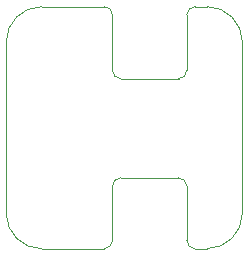
<source format=gbr>
%TF.GenerationSoftware,KiCad,Pcbnew,8.0.8-unknown-202501290020~8b811aa383~ubuntu22.04.1*%
%TF.CreationDate,2025-03-26T11:50:05+00:00*%
%TF.ProjectId,CONTROLLER_XIAO,434f4e54-524f-44c4-9c45-525f5849414f,rev?*%
%TF.SameCoordinates,Original*%
%TF.FileFunction,Profile,NP*%
%FSLAX46Y46*%
G04 Gerber Fmt 4.6, Leading zero omitted, Abs format (unit mm)*
G04 Created by KiCad (PCBNEW 8.0.8-unknown-202501290020~8b811aa383~ubuntu22.04.1) date 2025-03-26 11:50:05*
%MOMM*%
%LPD*%
G01*
G04 APERTURE LIST*
%TA.AperFunction,Profile*%
%ADD10C,0.038100*%
%TD*%
G04 APERTURE END LIST*
D10*
X66500000Y-91500000D02*
X66500000Y-77000000D01*
X66500000Y-91500000D02*
G75*
G02*
X63500000Y-94500000I-2999960J-40D01*
G01*
X61800000Y-93800000D02*
X61800000Y-89200000D01*
X55500000Y-74700000D02*
X55500000Y-79400000D01*
X49500000Y-94500000D02*
G75*
G02*
X46500000Y-91500000I100J3000100D01*
G01*
X55500000Y-89200000D02*
G75*
G02*
X56200000Y-88500000I700000J0D01*
G01*
X55500000Y-89200000D02*
X55500000Y-93800000D01*
X63500000Y-94500000D02*
X62500000Y-94500000D01*
X46500000Y-77000000D02*
G75*
G02*
X49500000Y-74000000I2999970J30D01*
G01*
X61800000Y-74700000D02*
G75*
G02*
X62500000Y-74000000I700000J0D01*
G01*
X46500000Y-77000000D02*
X46500000Y-91500000D01*
X61800000Y-79400000D02*
G75*
G02*
X61100000Y-80100000I-700000J0D01*
G01*
X54800000Y-74000000D02*
X49500000Y-74000000D01*
X63500000Y-74000000D02*
G75*
G02*
X66500000Y-77000000I-100J-3000100D01*
G01*
X55500000Y-93800000D02*
G75*
G02*
X54800000Y-94500000I-700000J0D01*
G01*
X54800000Y-94500000D02*
X49500000Y-94500000D01*
X54800000Y-74000000D02*
G75*
G02*
X55500000Y-74700000I0J-700000D01*
G01*
X62500000Y-94500000D02*
G75*
G02*
X61800000Y-93800000I0J700000D01*
G01*
X56200000Y-88500000D02*
X61100000Y-88500000D01*
X61100000Y-80100000D02*
X56200000Y-80100000D01*
X61800000Y-79400000D02*
X61800000Y-74700000D01*
X61100000Y-88500000D02*
G75*
G02*
X61800000Y-89200000I0J-700000D01*
G01*
X56200000Y-80100000D02*
G75*
G02*
X55500000Y-79400000I0J700000D01*
G01*
X63500000Y-74000000D02*
X62500000Y-74000000D01*
M02*

</source>
